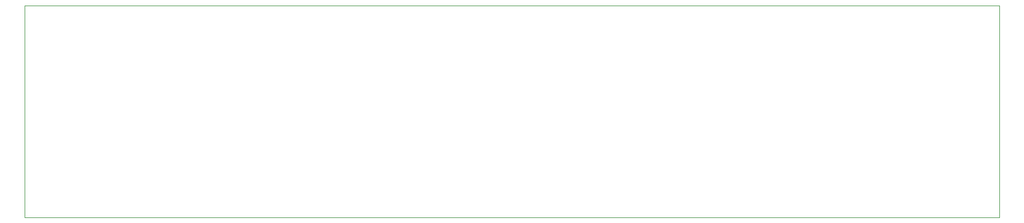
<source format=gm1>
G04 #@! TF.GenerationSoftware,KiCad,Pcbnew,(6.99.0-2103-gdc6c27b686)*
G04 #@! TF.CreationDate,2022-06-20T02:17:26-05:00*
G04 #@! TF.ProjectId,speaker-SAO,73706561-6b65-4722-9d53-414f2e6b6963,rev?*
G04 #@! TF.SameCoordinates,Original*
G04 #@! TF.FileFunction,Profile,NP*
%FSLAX46Y46*%
G04 Gerber Fmt 4.6, Leading zero omitted, Abs format (unit mm)*
G04 Created by KiCad (PCBNEW (6.99.0-2103-gdc6c27b686)) date 2022-06-20 02:17:26*
%MOMM*%
%LPD*%
G01*
G04 APERTURE LIST*
G04 #@! TA.AperFunction,Profile*
%ADD10C,0.100000*%
G04 #@! TD*
G04 APERTURE END LIST*
D10*
X79200000Y-74200000D02*
X226600000Y-74200000D01*
X226600000Y-74200000D02*
X226600000Y-106300000D01*
X226600000Y-106300000D02*
X79200000Y-106300000D01*
X79200000Y-106300000D02*
X79200000Y-74200000D01*
M02*

</source>
